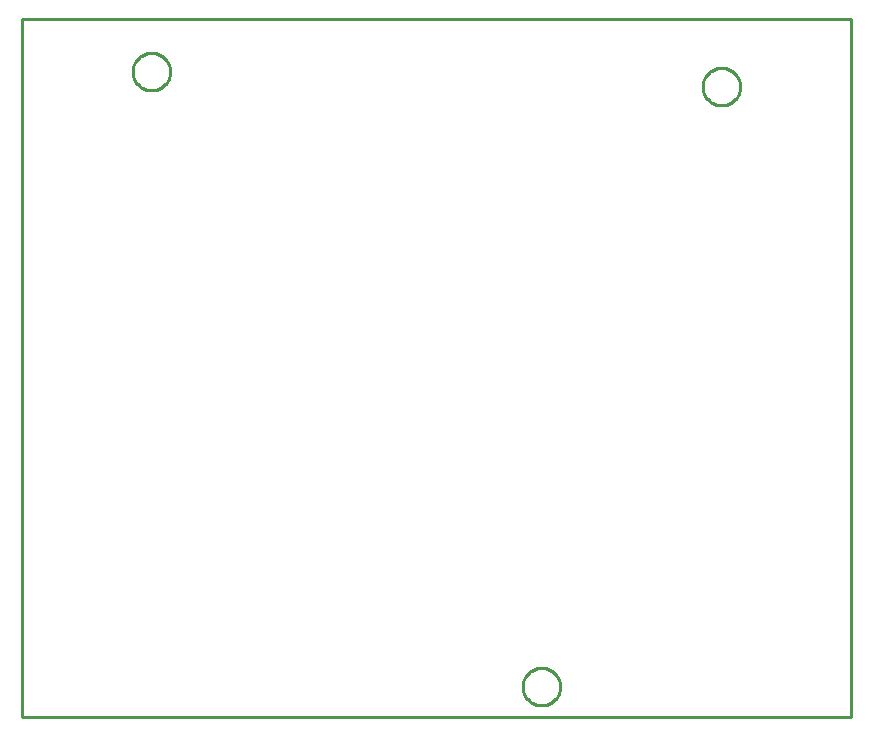
<source format=gbr>
G04 EAGLE Gerber RS-274X export*
G75*
%MOMM*%
%FSLAX34Y34*%
%LPD*%
%IN*%
%IPPOS*%
%AMOC8*
5,1,8,0,0,1.08239X$1,22.5*%
G01*
%ADD10C,0.254000*%


D10*
X-635Y-20650D02*
X700637Y-20625D01*
X700637Y570638D01*
X-635Y570638D01*
X-635Y-20650D01*
X607175Y512480D02*
X607107Y511443D01*
X606971Y510413D01*
X606769Y509393D01*
X606500Y508389D01*
X606165Y507405D01*
X605768Y506445D01*
X605308Y505513D01*
X604788Y504612D01*
X604211Y503748D01*
X603578Y502924D01*
X602893Y502142D01*
X602158Y501407D01*
X601376Y500722D01*
X600552Y500089D01*
X599688Y499512D01*
X598787Y498992D01*
X597855Y498532D01*
X596895Y498135D01*
X595911Y497800D01*
X594907Y497531D01*
X593887Y497329D01*
X592857Y497193D01*
X591820Y497125D01*
X590780Y497125D01*
X589743Y497193D01*
X588713Y497329D01*
X587693Y497531D01*
X586689Y497800D01*
X585705Y498135D01*
X584745Y498532D01*
X583813Y498992D01*
X582912Y499512D01*
X582048Y500089D01*
X581224Y500722D01*
X580442Y501407D01*
X579707Y502142D01*
X579022Y502924D01*
X578389Y503748D01*
X577812Y504612D01*
X577292Y505513D01*
X576832Y506445D01*
X576435Y507405D01*
X576100Y508389D01*
X575831Y509393D01*
X575629Y510413D01*
X575493Y511443D01*
X575425Y512480D01*
X575425Y513520D01*
X575493Y514557D01*
X575629Y515587D01*
X575831Y516607D01*
X576100Y517611D01*
X576435Y518595D01*
X576832Y519555D01*
X577292Y520487D01*
X577812Y521388D01*
X578389Y522252D01*
X579022Y523076D01*
X579707Y523858D01*
X580442Y524593D01*
X581224Y525278D01*
X582048Y525911D01*
X582912Y526488D01*
X583813Y527008D01*
X584745Y527468D01*
X585705Y527865D01*
X586689Y528200D01*
X587693Y528469D01*
X588713Y528671D01*
X589743Y528807D01*
X590780Y528875D01*
X591820Y528875D01*
X592857Y528807D01*
X593887Y528671D01*
X594907Y528469D01*
X595911Y528200D01*
X596895Y527865D01*
X597855Y527468D01*
X598787Y527008D01*
X599688Y526488D01*
X600552Y525911D01*
X601376Y525278D01*
X602158Y524593D01*
X602893Y523858D01*
X603578Y523076D01*
X604211Y522252D01*
X604788Y521388D01*
X605308Y520487D01*
X605768Y519555D01*
X606165Y518595D01*
X606500Y517611D01*
X606769Y516607D01*
X606971Y515587D01*
X607107Y514557D01*
X607175Y513520D01*
X607175Y512480D01*
X124575Y525180D02*
X124507Y524143D01*
X124371Y523113D01*
X124169Y522093D01*
X123900Y521089D01*
X123565Y520105D01*
X123168Y519145D01*
X122708Y518213D01*
X122188Y517312D01*
X121611Y516448D01*
X120978Y515624D01*
X120293Y514842D01*
X119558Y514107D01*
X118776Y513422D01*
X117952Y512789D01*
X117088Y512212D01*
X116187Y511692D01*
X115255Y511232D01*
X114295Y510835D01*
X113311Y510500D01*
X112307Y510231D01*
X111287Y510029D01*
X110257Y509893D01*
X109220Y509825D01*
X108180Y509825D01*
X107143Y509893D01*
X106113Y510029D01*
X105093Y510231D01*
X104089Y510500D01*
X103105Y510835D01*
X102145Y511232D01*
X101213Y511692D01*
X100312Y512212D01*
X99448Y512789D01*
X98624Y513422D01*
X97842Y514107D01*
X97107Y514842D01*
X96422Y515624D01*
X95789Y516448D01*
X95212Y517312D01*
X94692Y518213D01*
X94232Y519145D01*
X93835Y520105D01*
X93500Y521089D01*
X93231Y522093D01*
X93029Y523113D01*
X92893Y524143D01*
X92825Y525180D01*
X92825Y526220D01*
X92893Y527257D01*
X93029Y528287D01*
X93231Y529307D01*
X93500Y530311D01*
X93835Y531295D01*
X94232Y532255D01*
X94692Y533187D01*
X95212Y534088D01*
X95789Y534952D01*
X96422Y535776D01*
X97107Y536558D01*
X97842Y537293D01*
X98624Y537978D01*
X99448Y538611D01*
X100312Y539188D01*
X101213Y539708D01*
X102145Y540168D01*
X103105Y540565D01*
X104089Y540900D01*
X105093Y541169D01*
X106113Y541371D01*
X107143Y541507D01*
X108180Y541575D01*
X109220Y541575D01*
X110257Y541507D01*
X111287Y541371D01*
X112307Y541169D01*
X113311Y540900D01*
X114295Y540565D01*
X115255Y540168D01*
X116187Y539708D01*
X117088Y539188D01*
X117952Y538611D01*
X118776Y537978D01*
X119558Y537293D01*
X120293Y536558D01*
X120978Y535776D01*
X121611Y534952D01*
X122188Y534088D01*
X122708Y533187D01*
X123168Y532255D01*
X123565Y531295D01*
X123900Y530311D01*
X124169Y529307D01*
X124371Y528287D01*
X124507Y527257D01*
X124575Y526220D01*
X124575Y525180D01*
X454775Y4480D02*
X454707Y3443D01*
X454571Y2413D01*
X454369Y1393D01*
X454100Y389D01*
X453765Y-595D01*
X453368Y-1555D01*
X452908Y-2487D01*
X452388Y-3388D01*
X451811Y-4252D01*
X451178Y-5076D01*
X450493Y-5858D01*
X449758Y-6593D01*
X448976Y-7278D01*
X448152Y-7911D01*
X447288Y-8488D01*
X446387Y-9008D01*
X445455Y-9468D01*
X444495Y-9865D01*
X443511Y-10200D01*
X442507Y-10469D01*
X441487Y-10671D01*
X440457Y-10807D01*
X439420Y-10875D01*
X438380Y-10875D01*
X437343Y-10807D01*
X436313Y-10671D01*
X435293Y-10469D01*
X434289Y-10200D01*
X433305Y-9865D01*
X432345Y-9468D01*
X431413Y-9008D01*
X430512Y-8488D01*
X429648Y-7911D01*
X428824Y-7278D01*
X428042Y-6593D01*
X427307Y-5858D01*
X426622Y-5076D01*
X425989Y-4252D01*
X425412Y-3388D01*
X424892Y-2487D01*
X424432Y-1555D01*
X424035Y-595D01*
X423700Y389D01*
X423431Y1393D01*
X423229Y2413D01*
X423093Y3443D01*
X423025Y4480D01*
X423025Y5520D01*
X423093Y6557D01*
X423229Y7587D01*
X423431Y8607D01*
X423700Y9611D01*
X424035Y10595D01*
X424432Y11555D01*
X424892Y12487D01*
X425412Y13388D01*
X425989Y14252D01*
X426622Y15076D01*
X427307Y15858D01*
X428042Y16593D01*
X428824Y17278D01*
X429648Y17911D01*
X430512Y18488D01*
X431413Y19008D01*
X432345Y19468D01*
X433305Y19865D01*
X434289Y20200D01*
X435293Y20469D01*
X436313Y20671D01*
X437343Y20807D01*
X438380Y20875D01*
X439420Y20875D01*
X440457Y20807D01*
X441487Y20671D01*
X442507Y20469D01*
X443511Y20200D01*
X444495Y19865D01*
X445455Y19468D01*
X446387Y19008D01*
X447288Y18488D01*
X448152Y17911D01*
X448976Y17278D01*
X449758Y16593D01*
X450493Y15858D01*
X451178Y15076D01*
X451811Y14252D01*
X452388Y13388D01*
X452908Y12487D01*
X453368Y11555D01*
X453765Y10595D01*
X454100Y9611D01*
X454369Y8607D01*
X454571Y7587D01*
X454707Y6557D01*
X454775Y5520D01*
X454775Y4480D01*
M02*

</source>
